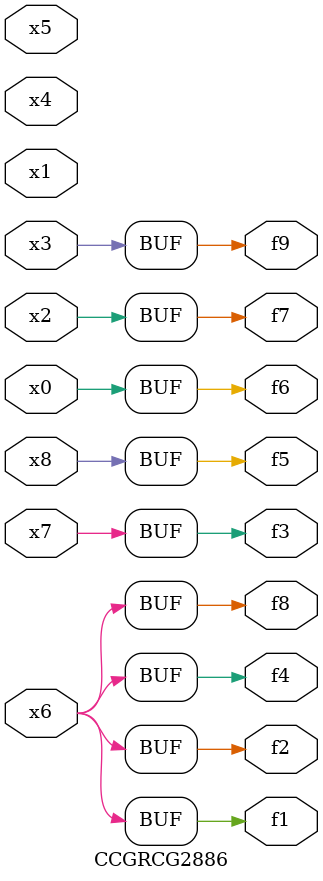
<source format=v>
module CCGRCG2886(
	input x0, x1, x2, x3, x4, x5, x6, x7, x8,
	output f1, f2, f3, f4, f5, f6, f7, f8, f9
);
	assign f1 = x6;
	assign f2 = x6;
	assign f3 = x7;
	assign f4 = x6;
	assign f5 = x8;
	assign f6 = x0;
	assign f7 = x2;
	assign f8 = x6;
	assign f9 = x3;
endmodule

</source>
